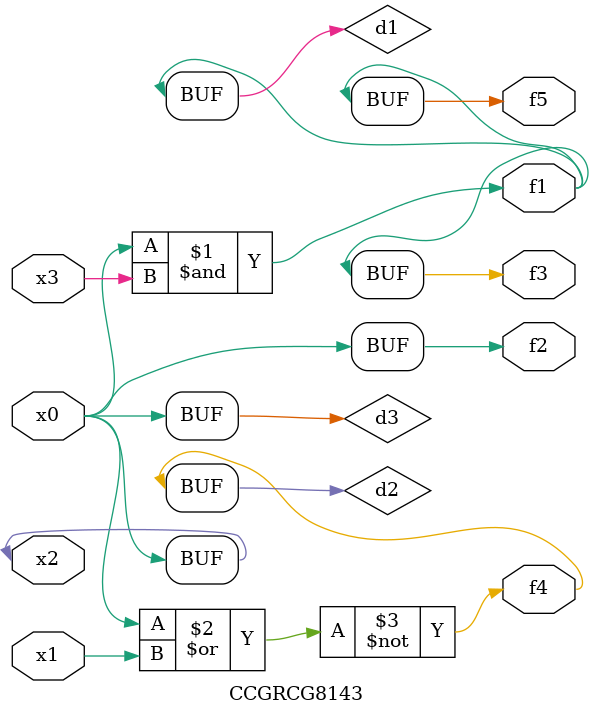
<source format=v>
module CCGRCG8143(
	input x0, x1, x2, x3,
	output f1, f2, f3, f4, f5
);

	wire d1, d2, d3;

	and (d1, x2, x3);
	nor (d2, x0, x1);
	buf (d3, x0, x2);
	assign f1 = d1;
	assign f2 = d3;
	assign f3 = d1;
	assign f4 = d2;
	assign f5 = d1;
endmodule

</source>
